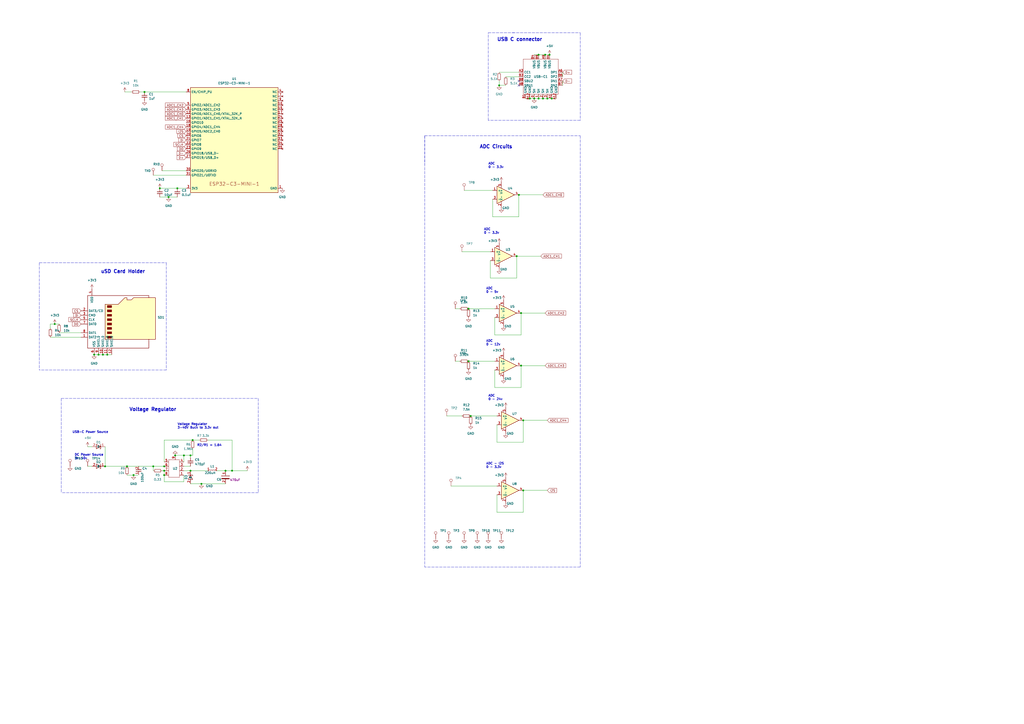
<source format=kicad_sch>
(kicad_sch (version 20211123) (generator eeschema)
  (paper "A2")
  (lib_symbols
    (symbol "Connector:TestPoint" (pin_numbers hide) (pin_names (offset 0.762) hide)
      (property "Reference" "TP" (at 0 6.858 0))
      (property "Value" "TestPoint" (at 0 5.08 0))
      (symbol "TestPoint_0_1"
        (circle (center 0 3.302) (radius 0.762))
      )
      (symbol "TestPoint_1_1"
        (pin passive line (at 0 0 90) (length 2.54) (name "1") (number "1"))
      )
    )
    (symbol "Device:C_Small" (pin_numbers hide) (pin_names (offset 0.254) hide)
      (property "Reference" "C" (at 0.254 1.778 0))
      (property "Value" "C_Small" (at 0.254 -2.032 0))
      (symbol "C_Small_0_1"
        (polyline (pts (xy -1.524 -0.508) (xy 1.524 -0.508)) (stroke (width 0.3302)))
        (polyline (pts (xy -1.524 0.508) (xy 1.524 0.508)) (stroke (width 0.3048)))
      )
      (symbol "C_Small_1_1"
        (pin passive line (at 0 2.54 270) (length 2.032) (name "~") (number "1"))
        (pin passive line (at 0 -2.54 90) (length 2.032) (name "~") (number "2"))
      )
    )
    (symbol "Device:R_Small" (pin_numbers hide) (pin_names (offset 0.254) hide)
      (property "Reference" "R" (at 0.762 0.508 0))
      (property "Value" "R_Small" (at 0.762 -1.016 0))
      (symbol "R_Small_0_1"
        (rectangle (start -0.762 1.778) (end 0.762 -1.778) (stroke (width 0.2032)))
      )
      (symbol "R_Small_1_1"
        (pin passive line (at 0 2.54 270) (length 0.762) (name "~") (number "1"))
        (pin passive line (at 0 -2.54 90) (length 0.762) (name "~") (number "2"))
      )
    )
    (symbol "Espressif:ESP32-C3-MINI-1"
      (property "Reference" "U" (at -25.4 35.56 0))
      (property "Value" "ESP32-C3-MINI-1" (at -25.4 33.02 0))
      (symbol "ESP32-C3-MINI-1_0_0"
        (text "ESP32-C3-MINI-1" (at 0 -25.4 0) (effects (font (size 2 2))))
      )
      (symbol "ESP32-C3-MINI-1_0_1"
        (rectangle (start -25.4 30.48) (end 25.4 -30.48) (stroke (width 0.254)) (fill (type background)))
      )
      (symbol "ESP32-C3-MINI-1_1_1"
        (pin power_in line (at 27.94 -27.94 180) (length 2.54) (name "GND") (number "1"))
        (pin no_connect line (at 27.94 20.32 180) (length 2.54) (name "NC") (number "10"))
        (pin bidirectional line (at -27.94 15.24 0) (length 2.54) (name "GPIO0/ADC1_CH0/XTAL_32K_P") (number "12"))
        (pin bidirectional line (at -27.94 12.7 0) (length 2.54) (name "GPIO1/ADC1_CH1/XTAL_32K_N") (number "13"))
        (pin no_connect line (at 27.94 17.78 180) (length 2.54) (name "NC") (number "15"))
        (pin bidirectional line (at -27.94 10.16 0) (length 2.54) (name "GPIO10") (number "16"))
        (pin no_connect line (at 27.94 15.24 180) (length 2.54) (name "NC") (number "17"))
        (pin bidirectional line (at -27.94 7.62 0) (length 2.54) (name "GPIO4/ADC1_CH4") (number "18"))
        (pin bidirectional line (at -27.94 5.08 0) (length 2.54) (name "GPIO5/ADC2_CH0") (number "19"))
        (pin passive line (at 27.94 -27.94 180) (length 2.54) hide (name "GND") (number "2"))
        (pin bidirectional line (at -27.94 2.54 0) (length 2.54) (name "GPIO6") (number "20"))
        (pin bidirectional line (at -27.94 0 0) (length 2.54) (name "GPIO7") (number "21"))
        (pin bidirectional line (at -27.94 -2.54 0) (length 2.54) (name "GPIO8") (number "22"))
        (pin bidirectional line (at -27.94 -5.08 0) (length 2.54) (name "GPIO9") (number "23"))
        (pin no_connect line (at 27.94 12.7 180) (length 2.54) (name "NC") (number "24"))
        (pin no_connect line (at 27.94 10.16 180) (length 2.54) (name "NC") (number "25"))
        (pin bidirectional line (at -27.94 -7.62 0) (length 2.54) (name "GPIO18/USB_D-") (number "26"))
        (pin bidirectional line (at -27.94 -10.16 0) (length 2.54) (name "GPIO19/USB_D+") (number "27"))
        (pin no_connect line (at 27.94 7.62 180) (length 2.54) (name "NC") (number "28"))
        (pin no_connect line (at 27.94 5.08 180) (length 2.54) (name "NC") (number "29"))
        (pin power_in line (at -27.94 -27.94 0) (length 2.54) (name "3V3") (number "3"))
        (pin bidirectional line (at -27.94 -17.78 0) (length 2.54) (name "GPIO20/U0RXD") (number "30"))
        (pin bidirectional line (at -27.94 -20.32 0) (length 2.54) (name "GPIO21/U0TXD") (number "31"))
        (pin no_connect line (at 27.94 2.54 180) (length 2.54) (name "NC") (number "32"))
        (pin no_connect line (at 27.94 0 180) (length 2.54) (name "NC") (number "33"))
        (pin no_connect line (at 27.94 -2.54 180) (length 2.54) (name "NC") (number "34"))
        (pin no_connect line (at 27.94 -5.08 180) (length 2.54) (name "NC") (number "35"))
        (pin passive line (at 27.94 -27.94 180) (length 2.54) hide (name "GND") (number "36"))
        (pin passive line (at 27.94 -27.94 180) (length 2.54) hide (name "GND") (number "37"))
        (pin passive line (at 27.94 -27.94 180) (length 2.54) hide (name "GND") (number "38"))
        (pin passive line (at 27.94 -27.94 180) (length 2.54) hide (name "GND") (number "39"))
        (pin no_connect line (at 27.94 27.94 180) (length 2.54) (name "NC") (number "4"))
        (pin passive line (at 27.94 -27.94 180) (length 2.54) hide (name "GND") (number "40"))
        (pin passive line (at 27.94 -27.94 180) (length 2.54) hide (name "GND") (number "41"))
        (pin passive line (at 27.94 -27.94 180) (length 2.54) hide (name "GND") (number "42"))
        (pin passive line (at 27.94 -27.94 180) (length 2.54) hide (name "GND") (number "43"))
        (pin passive line (at 27.94 -27.94 180) (length 2.54) hide (name "GND") (number "44"))
        (pin passive line (at 27.94 -27.94 180) (length 2.54) hide (name "GND") (number "45"))
        (pin passive line (at 27.94 -27.94 180) (length 2.54) hide (name "GND") (number "46"))
        (pin passive line (at 27.94 -27.94 180) (length 2.54) hide (name "GND") (number "47"))
        (pin passive line (at 27.94 -27.94 180) (length 2.54) hide (name "GND") (number "48"))
        (pin passive line (at 27.94 -27.94 180) (length 2.54) hide (name "GND") (number "49"))
        (pin bidirectional line (at -27.94 20.32 0) (length 2.54) (name "GPIO2/ADC1_CH2") (number "5"))
        (pin passive line (at 27.94 -27.94 180) (length 2.54) hide (name "GND") (number "50"))
        (pin passive line (at 27.94 -27.94 180) (length 2.54) hide (name "GND") (number "51"))
        (pin passive line (at 27.94 -27.94 180) (length 2.54) hide (name "GND") (number "52"))
        (pin passive line (at 27.94 -27.94 180) (length 2.54) hide (name "GND") (number "53"))
        (pin bidirectional line (at -27.94 17.78 0) (length 2.54) (name "GPIO3/ADC1_CH3") (number "6"))
        (pin no_connect line (at 27.94 25.4 180) (length 2.54) (name "NC") (number "7"))
        (pin input line (at -27.94 27.94 0) (length 2.54) (name "EN/CHIP_PU") (number "8"))
        (pin no_connect line (at 27.94 22.86 180) (length 2.54) (name "NC") (number "9"))
      )
    )
    (symbol "lib:472192001"
      (property "Reference" "SD" (at 0 0 0))
      (property "Value" "472192001" (at 0 0 0))
      (property "part_number" "472192001" (at 0 0 0))
      (symbol "472192001_0_1"
        (rectangle (start -5.08 -32.385) (end -2.54 -33.655) (fill (type outline)))
        (rectangle (start -5.08 -29.845) (end -2.54 -31.115) (fill (type outline)))
        (rectangle (start -5.08 -27.305) (end -2.54 -28.575) (fill (type outline)))
        (rectangle (start -5.08 -24.765) (end -2.54 -26.035) (fill (type outline)))
        (rectangle (start -5.08 -22.225) (end -2.54 -23.495) (fill (type outline)))
        (rectangle (start -5.08 -19.685) (end -2.54 -20.955) (fill (type outline)))
        (rectangle (start -5.08 -17.145) (end -2.54 -18.415) (fill (type outline)))
        (rectangle (start -5.08 -14.605) (end -2.54 -15.875) (fill (type outline)))
        (polyline (pts (xy 19.05 -10.16) (xy 19.05 -8.89) (xy -16.51 -8.89) (xy -16.51 -39.37) (xy 19.05 -39.37) (xy 19.05 -34.29)) (stroke (width 0.254)))
        (polyline (pts (xy -6.35 -34.29) (xy -6.35 -13.97) (xy 1.27 -13.97) (xy 5.08 -10.16) (xy 6.35 -10.16) (xy 6.35 -11.43) (xy 8.89 -11.43) (xy 10.16 -10.16) (xy 22.86 -10.16) (xy 22.86 -34.29) (xy -6.35 -34.29)) (stroke (width 0.254)) (fill (type background)))
      )
      (symbol "472192001_1_1"
        (pin bidirectional line (at -20.32 -33.02 0) (length 3.81) (name "DAT2") (number "1"))
        (pin passive line (at -7.62 -43.18 90) (length 3.81) (name "SHIELD") (number "10"))
        (pin passive line (at -5.08 -43.18 90) (length 3.81) (name "SHIELD") (number "11"))
        (pin passive line (at -2.54 -43.18 90) (length 3.81) (name "SHIELD") (number "12"))
        (pin bidirectional line (at -20.32 -17.78 0) (length 3.81) (name "DAT3/CD") (number "2"))
        (pin input line (at -20.32 -20.32 0) (length 3.81) (name "CMD") (number "3"))
        (pin power_in line (at -13.97 -5.08 270) (length 3.81) (name "VDD") (number "4"))
        (pin input line (at -20.32 -22.86 0) (length 3.81) (name "CLK") (number "5"))
        (pin power_in line (at -12.7 -43.18 90) (length 3.81) (name "VSS") (number "6"))
        (pin bidirectional line (at -20.32 -25.4 0) (length 3.81) (name "DAT0") (number "7"))
        (pin bidirectional line (at -20.32 -30.48 0) (length 3.81) (name "DAT1") (number "8"))
        (pin passive line (at -10.16 -43.18 90) (length 3.81) (name "SHIELD") (number "9"))
      )
    )
    (symbol "lib:B0530WS_SE"
      (property "Reference" "D" (at 0 0 0))
      (property "Value" "B0530WS_SE" (at 0 0 0))
      (symbol "B0530WS_SE_0_1"
        (polyline (pts (xy 0 -5.08) (xy -2.54 -5.08)))
        (polyline (pts (xy -2.54 -6.35) (xy -2.54 -3.81) (xy -2.032 -3.81)) (stroke (width 0.254)))
        (polyline (pts (xy 0 -6.35) (xy 0 -3.81) (xy -2.54 -5.08) (xy 0 -6.35)) (stroke (width 0.254)))
      )
      (symbol "B0530WS_SE_1_1"
        (pin passive line (at -5.08 -5.08 0) (length 2.54) (name "K") (number "1"))
        (pin passive line (at 2.54 -5.08 180) (length 2.54) (name "A") (number "2"))
      )
    )
    (symbol "lib:KF471M016F115A"
      (property "Reference" "C" (at 0 0 0))
      (property "Value" "KF471M016F115A" (at 0 0 0))
      (property "capacitance" "470uF" (at 0 0 0))
      (symbol "KF471M016F115A_0_1"
        (rectangle (start -0.508 -7.366) (end -1.016 -2.794))
        (polyline (pts (xy -2.794 -6.35) (xy -1.778 -6.35)))
        (polyline (pts (xy -2.286 -6.858) (xy -2.286 -5.842)))
        (rectangle (start 0.508 -2.794) (end 1.016 -7.366) (fill (type outline)))
      )
      (symbol "KF471M016F115A_1_1"
        (pin passive line (at -3.81 -5.08 0) (length 2.794) (name "~") (number "1"))
        (pin passive line (at 3.81 -5.08 180) (length 2.794) (name "~") (number "2"))
      )
    )
    (symbol "lib:LM321MF"
      (property "Reference" "U" (at 0 0 0))
      (property "part_number" "LM321MF" (at 0 0 0))
      (symbol "LM321MF_0_1"
        (polyline (pts (xy 6.35 -20.32) (xy -3.81 -15.24) (xy -3.81 -25.4) (xy 6.35 -20.32)) (stroke (width 0.254)) (fill (type background)))
      )
      (symbol "LM321MF_1_1"
        (pin input line (at -6.35 -17.78 0) (length 2.54) (name "+") (number "1"))
        (pin power_in line (at -1.27 -27.94 90) (length 3.81) (name "V-") (number "2"))
        (pin input line (at -6.35 -22.86 0) (length 2.54) (name "-") (number "3"))
        (pin output line (at 8.89 -20.32 180) (length 2.54) (name "~") (number "4"))
        (pin power_in line (at -1.27 -12.7 270) (length 3.81) (name "V+") (number "5"))
      )
    )
    (symbol "lib:MC34063ADRJR" (pin_names hide)
      (property "Reference" "U" (at 0 0 0))
      (property "Value" "MC34063ADRJR" (at 0 0 0))
      (property "Footprint" "lib:8-WDFN Exposed Pad" (at 0 0 0))
      (symbol "MC34063ADRJR_0_1"
        (rectangle (start -3.81 -2.54) (end 2.54 -12.7))
      )
      (symbol "MC34063ADRJR_1_1"
        (pin bidirectional line (at -6.35 -3.81 0) (length 2.54) (name "switch_collector") (number "1"))
        (pin bidirectional line (at -6.35 -6.35 0) (length 2.54) (name "switch_emitter") (number "2"))
        (pin bidirectional line (at -6.35 -8.89 0) (length 2.54) (name "timing_cap") (number "3"))
        (pin bidirectional line (at -6.35 -11.43 0) (length 2.54) (name "gnd") (number "4"))
        (pin bidirectional line (at 5.08 -11.43 180) (length 2.54) (name "comparitor_inverting_input") (number "5"))
        (pin bidirectional line (at 5.08 -8.89 180) (length 2.54) (name "Vcc") (number "6"))
        (pin bidirectional line (at 5.08 -6.35 180) (length 2.54) (name "Ipk") (number "7"))
        (pin bidirectional line (at 5.08 -3.81 180) (length 2.54) (name "drive_collector") (number "8"))
        (pin bidirectional line (at -1.27 -15.24 90) (length 2.54) (name "thermal_pad") (number "9"))
      )
    )
    (symbol "lib:RT1H101M0810"
      (property "Reference" "C" (at 0 0 0))
      (property "part_number" "RT1H101M0810" (at 0 0 0))
      (symbol "RT1H101M0810_0_1"
        (polyline (pts (xy -0.381 -5.715) (xy -0.381 -2.667)) (stroke (width 0.3048)))
        (polyline (pts (xy 0.635 -5.715) (xy 0.635 -2.667)) (stroke (width 0.3302)))
      )
      (symbol "RT1H101M0810_1_1"
        (pin passive line (at -2.413 -4.191 0) (length 2.032) (name "~") (number "1"))
        (pin passive line (at 2.667 -4.191 180) (length 2.032) (name "~") (number "2"))
      )
    )
    (symbol "lib:SMDRI127-221MT"
      (property "Reference" "L?" (at 0 0 0))
      (property "Value" "SMDRI127-221MT" (at 0 0 0))
      (symbol "SMDRI127-221MT_0_1"
        (arc (start -1.651 -3.175) (mid -2.159 -2.667) (end -2.667 -3.175))
        (arc (start -0.635 -3.175) (mid -1.143 -2.667) (end -1.651 -3.175))
        (arc (start 0.381 -3.175) (mid -0.127 -2.667) (end -0.635 -3.175))
        (arc (start 1.397 -3.175) (mid 0.889 -2.667) (end 0.381 -3.175))
      )
      (symbol "SMDRI127-221MT_1_1"
        (pin passive line (at -3.175 -3.175 0) (length 0.508) (name "~") (number "1"))
        (pin passive line (at 1.905 -3.175 180) (length 0.508) (name "~") (number "2"))
      )
    )
    (symbol "lib:USB-TYPE-C-018"
      (property "Reference" "USB-C" (at 0 0 0))
      (property "Value" "USB-TYPE-C-018" (at 8.89 -13.97 0))
      (symbol "USB-TYPE-C-018_0_1"
        (rectangle (start -5.08 -3.81) (end 15.24 -24.13))
      )
      (symbol "USB-TYPE-C-018_1_1"
        (pin bidirectional line (at 1.27 -26.67 90) (length 2.54) (name "SH") (number "0"))
        (pin bidirectional line (at 3.81 -26.67 90) (length 2.54) (name "SH") (number "1"))
        (pin bidirectional line (at 6.35 -26.67 90) (length 2.54) (name "SH") (number "2"))
        (pin bidirectional line (at 8.89 -26.67 90) (length 2.54) (name "SH") (number "3"))
        (pin bidirectional line (at 11.43 -26.67 90) (length 2.54) (name "GND") (number "A1"))
        (pin bidirectional line (at 13.97 -26.67 90) (length 2.54) (name "GND") (number "A12"))
        (pin bidirectional line (at -7.62 -11.43 0) (length 2.54) (name "CC1") (number "A3"))
        (pin bidirectional line (at 10.16 -1.27 270) (length 2.54) (name "VBUS") (number "A4"))
        (pin bidirectional line (at 17.78 -11.43 180) (length 2.54) (name "DP1") (number "A6"))
        (pin bidirectional line (at 17.78 -16.51 180) (length 2.54) (name "DN1") (number "A7"))
        (pin bidirectional line (at -7.62 -19.05 0) (length 2.54) (name "SBU1") (number "A8"))
        (pin bidirectional line (at 7.62 -1.27 270) (length 2.54) (name "VBUS") (number "A9"))
        (pin bidirectional line (at -3.81 -26.67 90) (length 2.54) (name "GND") (number "B1"))
        (pin bidirectional line (at -1.27 -26.67 90) (length 2.54) (name "GND") (number "B12"))
        (pin bidirectional line (at -7.62 -13.97 0) (length 2.54) (name "CC2") (number "B3"))
        (pin bidirectional line (at 1.27 -1.27 270) (length 2.54) (name "VBUS") (number "B4"))
        (pin bidirectional line (at 17.78 -13.97 180) (length 2.54) (name "DP2") (number "B6"))
        (pin bidirectional line (at 17.78 -19.05 180) (length 2.54) (name "DN2") (number "B7"))
        (pin bidirectional line (at -7.62 -16.51 0) (length 2.54) (name "SBU2") (number "B8"))
        (pin bidirectional line (at 3.81 -1.27 270) (length 2.54) (name "VBUS") (number "B9"))
      )
    )
    (symbol "power:+3V3" (power) (pin_names (offset 0))
      (property "Value" "+3V3" (at 0 3.556 0))
      (symbol "+3V3_0_1"
        (polyline (pts (xy -0.762 1.27) (xy 0 2.54)))
        (polyline (pts (xy 0 0) (xy 0 2.54)))
        (polyline (pts (xy 0 2.54) (xy 0.762 1.27)))
      )
      (symbol "+3V3_1_1"
        (pin power_in line (at 0 0 90) (length 0) hide (name "+3V3") (number "1"))
      )
    )
    (symbol "power:+5V" (power) (pin_names (offset 0))
      (property "Value" "+5V" (at 0 3.556 0))
      (symbol "+5V_0_1"
        (polyline (pts (xy -0.762 1.27) (xy 0 2.54)))
        (polyline (pts (xy 0 0) (xy 0 2.54)))
        (polyline (pts (xy 0 2.54) (xy 0.762 1.27)))
      )
      (symbol "+5V_1_1"
        (pin power_in line (at 0 0 90) (length 0) hide (name "+5V") (number "1"))
      )
    )
    (symbol "power:GND" (power) (pin_names (offset 0))
      (property "Value" "GND" (at 0 -3.81 0))
      (symbol "GND_0_1"
        (polyline (pts (xy 0 0) (xy 0 -1.27) (xy 1.27 -1.27) (xy 0 -2.54) (xy -1.27 -1.27) (xy 0 -1.27)))
      )
      (symbol "GND_1_1"
        (pin power_in line (at 0 0 270) (length 0) hide (name "GND") (number "1"))
      )
    )
  )
  (junction (at 95.25 273.05))
  (junction (at 101.6 264.16))
  (junction (at 102.87 109.22))
  (junction (at 60.96 270.51))
  (junction (at 271.78 179.07))
  (junction (at 92.71 109.22))
  (junction (at 134.62 273.05))
  (junction (at 83.82 53.34))
  (junction (at 309.88 57.15))
  (junction (at 316.23 31.75))
  (junction (at 302.26 181.61))
  (junction (at 300.99 113.03))
  (junction (at 318.77 31.75))
  (junction (at 88.9 270.51))
  (junction (at 97.79 114.3))
  (junction (at 320.04 57.15))
  (junction (at 289.56 49.53))
  (junction (at 111.76 255.27))
  (junction (at 31.75 187.96))
  (junction (at 77.47 275.59))
  (junction (at 62.23 205.74))
  (junction (at 312.42 31.75))
  (junction (at 299.72 148.59))
  (junction (at 54.61 205.74))
  (junction (at 317.5 57.15))
  (junction (at 73.66 270.51))
  (junction (at 59.69 205.74))
  (junction (at 110.49 264.16))
  (junction (at 271.78 209.55))
  (junction (at 57.15 205.74))
  (junction (at 110.49 273.05))
  (junction (at 106.68 264.16))
  (junction (at 273.05 241.3))
  (junction (at 302.26 212.09))
  (junction (at 307.34 57.15))
  (junction (at 303.53 243.84))
  (junction (at 95.25 270.51))
  (junction (at 312.42 57.15))
  (junction (at 303.53 284.48))
  (junction (at 95.25 275.59))
  (junction (at 130.81 273.05))
  (junction (at 116.84 280.67))
  (junction (at 314.96 57.15))
  (no_connect (at 300.99 46.99))
  (no_connect (at 300.99 49.53))
  (polyline (pts (xy 35.56 231.14) (xy 149.86 231.14)))
  (wire (pts (xy 110.49 265.43) (xy 110.49 264.16)))
  (polyline (pts (xy 246.38 78.74) (xy 246.38 95.25)))
  (wire (pts (xy 288.29 287.02) (xy 288.29 297.18)))
  (wire (pts (xy 50.8 259.08) (xy 53.34 259.08)))
  (wire (pts (xy 326.39 41.91) (xy 326.39 44.45)))
  (wire (pts (xy 31.75 187.96) (xy 34.29 187.96)))
  (wire (pts (xy 273.05 241.3) (xy 288.29 241.3)))
  (wire (pts (xy 95.25 255.27) (xy 111.76 255.27)))
  (wire (pts (xy 92.71 114.3) (xy 97.79 114.3)))
  (wire (pts (xy 271.78 179.07) (xy 287.02 179.07)))
  (wire (pts (xy 288.29 256.54) (xy 303.53 256.54)))
  (wire (pts (xy 302.26 194.31) (xy 302.26 181.61)))
  (wire (pts (xy 269.24 110.49) (xy 285.75 110.49)))
  (wire (pts (xy 309.88 31.75) (xy 312.42 31.75)))
  (wire (pts (xy 77.47 275.59) (xy 80.01 275.59)))
  (polyline (pts (xy 246.38 78.74) (xy 336.55 78.74)))
  (wire (pts (xy 96.52 270.51) (xy 95.25 270.51)))
  (wire (pts (xy 314.96 57.15) (xy 317.5 57.15)))
  (wire (pts (xy 59.69 205.74) (xy 62.23 205.74)))
  (wire (pts (xy 111.76 264.16) (xy 110.49 264.16)))
  (wire (pts (xy 320.04 57.15) (xy 322.58 57.15)))
  (wire (pts (xy 106.68 264.16) (xy 110.49 264.16)))
  (wire (pts (xy 88.9 270.51) (xy 88.9 273.05)))
  (wire (pts (xy 110.49 280.67) (xy 116.84 280.67)))
  (polyline (pts (xy 283.21 69.85) (xy 283.21 19.05)))
  (wire (pts (xy 287.02 194.31) (xy 302.26 194.31)))
  (polyline (pts (xy 96.52 152.4) (xy 96.52 214.63)))
  (polyline (pts (xy 22.86 152.4) (xy 96.52 152.4)))
  (wire (pts (xy 284.48 161.29) (xy 299.72 161.29)))
  (wire (pts (xy 57.15 205.74) (xy 59.69 205.74)))
  (wire (pts (xy 317.5 57.15) (xy 320.04 57.15)))
  (wire (pts (xy 92.71 109.22) (xy 102.87 109.22)))
  (wire (pts (xy 304.8 57.15) (xy 307.34 57.15)))
  (wire (pts (xy 60.96 259.08) (xy 60.96 270.51)))
  (wire (pts (xy 60.96 270.51) (xy 73.66 270.51)))
  (wire (pts (xy 106.68 279.4) (xy 106.68 275.59)))
  (wire (pts (xy 134.62 273.05) (xy 143.51 273.05)))
  (wire (pts (xy 287.02 214.63) (xy 287.02 224.79)))
  (wire (pts (xy 300.99 113.03) (xy 314.96 113.03)))
  (polyline (pts (xy 35.56 231.14) (xy 35.56 285.75)))
  (wire (pts (xy 287.02 184.15) (xy 287.02 194.31)))
  (wire (pts (xy 62.23 205.74) (xy 64.77 205.74)))
  (wire (pts (xy 29.21 187.96) (xy 31.75 187.96)))
  (wire (pts (xy 93.98 99.06) (xy 107.95 99.06)))
  (wire (pts (xy 54.61 205.74) (xy 57.15 205.74)))
  (wire (pts (xy 125.73 273.05) (xy 130.81 273.05)))
  (wire (pts (xy 29.21 190.5) (xy 29.21 187.96)))
  (wire (pts (xy 50.8 270.51) (xy 53.34 270.51)))
  (wire (pts (xy 134.62 255.27) (xy 120.65 255.27)))
  (wire (pts (xy 72.39 53.34) (xy 76.2 53.34)))
  (polyline (pts (xy 22.86 152.4) (xy 22.86 214.63)))
  (wire (pts (xy 312.42 31.75) (xy 316.23 31.75)))
  (wire (pts (xy 34.29 193.04) (xy 46.99 193.04)))
  (wire (pts (xy 106.68 273.05) (xy 110.49 273.05)))
  (wire (pts (xy 303.53 243.84) (xy 317.5 243.84)))
  (polyline (pts (xy 96.52 214.63) (xy 22.86 214.63)))
  (wire (pts (xy 287.02 224.79) (xy 302.26 224.79)))
  (polyline (pts (xy 336.55 69.85) (xy 283.21 69.85)))
  (wire (pts (xy 95.25 273.05) (xy 95.25 275.59)))
  (wire (pts (xy 106.68 264.16) (xy 101.6 264.16)))
  (polyline (pts (xy 149.86 231.14) (xy 149.86 285.75)))
  (wire (pts (xy 288.29 246.38) (xy 288.29 256.54)))
  (wire (pts (xy 29.21 195.58) (xy 46.99 195.58)))
  (wire (pts (xy 288.29 297.18) (xy 303.53 297.18)))
  (wire (pts (xy 299.72 161.29) (xy 299.72 148.59)))
  (wire (pts (xy 285.75 115.57) (xy 285.75 125.73)))
  (wire (pts (xy 300.99 125.73) (xy 300.99 113.03)))
  (wire (pts (xy 285.75 125.73) (xy 300.99 125.73)))
  (wire (pts (xy 111.76 255.27) (xy 115.57 255.27)))
  (wire (pts (xy 134.62 255.27) (xy 134.62 273.05)))
  (wire (pts (xy 302.26 224.79) (xy 302.26 212.09)))
  (wire (pts (xy 81.28 53.34) (xy 83.82 53.34)))
  (wire (pts (xy 83.82 53.34) (xy 107.95 53.34)))
  (wire (pts (xy 303.53 256.54) (xy 303.53 243.84)))
  (wire (pts (xy 95.25 275.59) (xy 95.25 279.4)))
  (wire (pts (xy 302.26 181.61) (xy 316.23 181.61)))
  (wire (pts (xy 267.97 241.3) (xy 259.08 241.3)))
  (wire (pts (xy 266.7 179.07) (xy 264.16 179.07)))
  (wire (pts (xy 303.53 297.18) (xy 303.53 284.48)))
  (wire (pts (xy 326.39 46.99) (xy 326.39 49.53)))
  (polyline (pts (xy 297.18 19.05) (xy 336.55 19.05)))
  (wire (pts (xy 73.66 270.51) (xy 88.9 270.51)))
  (wire (pts (xy 312.42 57.15) (xy 314.96 57.15)))
  (wire (pts (xy 95.25 279.4) (xy 106.68 279.4)))
  (wire (pts (xy 307.34 57.15) (xy 309.88 57.15)))
  (wire (pts (xy 88.9 101.6) (xy 107.95 101.6)))
  (wire (pts (xy 261.62 281.94) (xy 288.29 281.94)))
  (wire (pts (xy 289.56 41.91) (xy 300.99 41.91)))
  (wire (pts (xy 130.81 273.05) (xy 134.62 273.05)))
  (wire (pts (xy 106.68 267.97) (xy 106.68 264.16)))
  (wire (pts (xy 293.37 44.45) (xy 300.99 44.45)))
  (wire (pts (xy 271.78 209.55) (xy 287.02 209.55)))
  (wire (pts (xy 110.49 273.05) (xy 120.65 273.05)))
  (wire (pts (xy 299.72 148.59) (xy 313.69 148.59)))
  (wire (pts (xy 73.66 275.59) (xy 77.47 275.59)))
  (wire (pts (xy 267.97 146.05) (xy 284.48 146.05)))
  (wire (pts (xy 289.56 49.53) (xy 289.56 46.99)))
  (wire (pts (xy 309.88 57.15) (xy 312.42 57.15)))
  (polyline (pts (xy 336.55 19.05) (xy 336.55 69.85)))
  (wire (pts (xy 95.25 255.27) (xy 95.25 267.97)))
  (wire (pts (xy 316.23 31.75) (xy 318.77 31.75)))
  (polyline (pts (xy 149.86 285.75) (xy 35.56 285.75)))
  (wire (pts (xy 302.26 212.09) (xy 316.23 212.09)))
  (wire (pts (xy 102.87 109.22) (xy 107.95 109.22)))
  (polyline (pts (xy 336.55 328.93) (xy 246.38 328.93)))
  (wire (pts (xy 116.84 280.67) (xy 130.81 280.67)))
  (wire (pts (xy 106.68 270.51) (xy 110.49 270.51)))
  (wire (pts (xy 111.76 260.35) (xy 111.76 264.16)))
  (wire (pts (xy 303.53 284.48) (xy 317.5 284.48)))
  (polyline (pts (xy 283.21 19.05) (xy 298.45 19.05)))
  (wire (pts (xy 88.9 270.51) (xy 95.25 270.51)))
  (wire (pts (xy 293.37 49.53) (xy 289.56 49.53)))
  (wire (pts (xy 266.7 209.55) (xy 264.16 209.55)))
  (polyline (pts (xy 336.55 78.74) (xy 336.55 328.93)))
  (wire (pts (xy 284.48 151.13) (xy 284.48 161.29)))
  (wire (pts (xy 97.79 114.3) (xy 102.87 114.3)))
  (polyline (pts (xy 246.38 78.74) (xy 246.38 328.93)))
  (wire (pts (xy 93.98 273.05) (xy 95.25 273.05)))
  (text "ADC Circuits" (at 278.13 86.36 0) (effects (font (size 2 2) bold) (justify left bottom)))
  (text "Voltage Regulator\n3-40V Buck to 3.3v out" (at 102.87 248.92 0) (effects (font (size 1.27 1.27) (thickness 0.254) bold) (justify left bottom)))
  (text "uSD Card Holder" (at 58.42 158.75 0) (effects (font (size 2 2) bold) (justify left bottom)))
  (text "Voltage Regulator" (at 74.93 238.76 0) (effects (font (size 2 2) bold) (justify left bottom)))
  (text "ADC\n0 - 5v" (at 281.94 170.18 0) (effects (font (size 1.27 1.27) bold) (justify left bottom)))
  (text "USB-C Power Source" (at 41.91 251.46 0) (effects (font (size 1.27 1.27) (thickness 0.254) bold) (justify left bottom)))
  (text "R2/R1 = 1.64" (at 114.3 259.08 0) (effects (font (size 1.27 1.27) bold) (justify left bottom)))
  (text "ADC\n0 - 3.3v" (at 283.21 97.79 0) (effects (font (size 1.27 1.27) bold) (justify left bottom)))
  (text "ADC\n0 - 12v" (at 281.94 200.66 0) (effects (font (size 1.27 1.27) bold) (justify left bottom)))
  (text "DC Power Source\n3v-40v" (at 43.18 266.7 0) (effects (font (size 1.27 1.27) (thickness 0.254) bold) (justify left bottom)))
  (text "USB C connector" (at 288.29 24.13 0) (effects (font (size 2 2) bold) (justify left bottom)))
  (text "ADC\n0 - 24v" (at 283.21 232.41 0) (effects (font (size 1.27 1.27) bold) (justify left bottom)))
  (text "ADC\n0 - 3.3v" (at 280.67 135.89 0) (effects (font (size 1.27 1.27) bold) (justify left bottom)))
  (text "ADC - I2S\n0 - 3.3v" (at 281.94 271.78 0) (effects (font (size 1.27 1.27) bold) (justify left bottom)))
  (global_label "ADC1_CH2" (shape input) (at 107.95 60.96 180) (property "Intersheet References" "${INTERSHEET_REFS}" (effects hide)))
  (global_label "ADC1_CH1" (shape input) (at 107.95 68.58 180) (property "Intersheet References" "${INTERSHEET_REFS}" (effects hide)))
  (global_label "ADC1_CH3" (shape input) (at 107.95 63.5 180) (property "Intersheet References" "${INTERSHEET_REFS}" (effects hide)))
  (global_label "ADC1_CH0" (shape input) (at 314.96 113.03 0) (property "Intersheet References" "${INTERSHEET_REFS}" (effects hide)))
  (global_label "DO" (shape input) (at 46.99 187.96 180) (property "Intersheet References" "${INTERSHEET_REFS}" (effects hide)))
  (global_label "D+" (shape input) (at 326.39 41.91 0) (property "Intersheet References" "${INTERSHEET_REFS}" (effects hide)))
  (global_label "ADC1_CH4" (shape input) (at 107.95 73.66 180) (property "Intersheet References" "${INTERSHEET_REFS}" (effects hide)))
  (global_label "D-" (shape input) (at 326.39 46.99 0) (property "Intersheet References" "${INTERSHEET_REFS}" (effects hide)))
  (global_label "CS" (shape input) (at 46.99 180.34 180) (property "Intersheet References" "${INTERSHEET_REFS}" (effects hide)))
  (global_label "DO" (shape input) (at 107.95 86.36 180) (property "Intersheet References" "${INTERSHEET_REFS}" (effects hide)))
  (global_label "SCLK" (shape input) (at 107.95 83.82 180) (property "Intersheet References" "${INTERSHEET_REFS}" (effects hide)))
  (global_label "SCLK" (shape input) (at 46.99 185.42 180) (property "Intersheet References" "${INTERSHEET_REFS}" (effects hide)))
  (global_label "ADC1_CH1" (shape input) (at 313.69 148.59 0) (property "Intersheet References" "${INTERSHEET_REFS}" (effects hide)))
  (global_label "DI" (shape input) (at 107.95 81.28 180) (property "Intersheet References" "${INTERSHEET_REFS}" (effects hide)))
  (global_label "ADC1_CH3" (shape input) (at 316.23 212.09 0) (property "Intersheet References" "${INTERSHEET_REFS}" (effects hide)))
  (global_label "ADC1_CH4" (shape input) (at 317.5 243.84 0) (property "Intersheet References" "${INTERSHEET_REFS}" (effects hide)))
  (global_label "I2S" (shape input) (at 317.5 284.48 0) (property "Intersheet References" "${INTERSHEET_REFS}" (effects hide)))
  (global_label "ADC1_CH0" (shape input) (at 107.95 66.04 180) (property "Intersheet References" "${INTERSHEET_REFS}" (effects hide)))
  (global_label "ADC1_CH2" (shape input) (at 316.23 181.61 0) (property "Intersheet References" "${INTERSHEET_REFS}" (effects hide)))
  (global_label "D-" (shape input) (at 107.95 88.9 180) (property "Intersheet References" "${INTERSHEET_REFS}" (effects hide)))
  (global_label "D+" (shape input) (at 107.95 91.44 180) (property "Intersheet References" "${INTERSHEET_REFS}" (effects hide)))
  (global_label "DI" (shape input) (at 46.99 182.88 180) (property "Intersheet References" "${INTERSHEET_REFS}" (effects hide)))
  (global_label "CS" (shape input) (at 107.95 78.74 180) (property "Intersheet References" "${INTERSHEET_REFS}" (effects hide)))
  (global_label "I2S" (shape input) (at 107.95 76.2 180) (property "Intersheet References" "${INTERSHEET_REFS}" (effects hide)))
  (symbol (lib_id "power:GND") (at 276.86 312.42 0) (unit 1)
    (property "Reference" "#PWR018" (effects hide))
    (property "Value" "GND" (at 276.86 317.5 0))
  )
  (symbol (lib_id "power:GND") (at 269.24 312.42 0) (unit 1)
    (property "Reference" "#PWR017" (effects hide))
    (property "Value" "GND" (at 269.24 317.5 0))
  )
  (symbol (lib_id "lib:LM321MF") (at 290.83 128.27 0) (unit 1)
    (property "Reference" "U3" (at 294.64 144.78 0))
    (property "Value" "LM321MF" (effects hide))
    (property "Footprint" "lib:LM321MF" (effects hide))
    (property "part_number" "LM321MF" (effects hide))
  )
  (symbol (lib_id "Device:R_Small") (at 289.56 44.45 180) (unit 1)
    (property "Reference" "R2" (at 285.75 43.18 0) (effects (justify right)))
    (property "Value" "5.1k" (at 284.48 45.72 0) (effects (justify right)))
    (property "Footprint" "Resistor_SMD:R_0603_1608Metric" (effects hide))
    (property "part_number" "RC0603FR-075K1L" (effects hide))
  )
  (symbol (lib_id "Device:R_Small") (at 269.24 179.07 90) (unit 1)
    (property "Reference" "R10" (at 269.24 172.72 90))
    (property "Value" "1.6k" (at 269.24 175.26 90))
    (property "Footprint" "Resistor_SMD:R_0603_1608Metric" (effects hide))
    (property "part_number" "RC-02W1601FT" (effects hide))
  )
  (symbol (lib_id "Connector:TestPoint") (at 264.16 209.55 0) (unit 1)
    (property "Reference" "TP6" (at 266.7 204.9779 0) (effects (justify left)))
    (property "Value" "TestPoint" (effects hide))
    (property "Footprint" "TestPoint:TestPoint_Loop_D2.50mm_Drill1.0mm" (effects hide))
  )
  (symbol (lib_id "power:GND") (at 283.21 312.42 0) (unit 1)
    (property "Reference" "#PWR019" (effects hide))
    (property "Value" "GND" (at 283.21 317.5 0))
  )
  (symbol (lib_id "power:GND") (at 293.37 292.1 0) (unit 1)
    (property "Reference" "#PWR034" (effects hide))
    (property "Value" "GND" (at 295.91 292.1 0))
  )
  (symbol (lib_id "power:GND") (at 83.82 58.42 0) (unit 1)
    (property "Reference" "#PWR02" (effects hide))
    (property "Value" "GND" (at 83.82 63.5 0))
  )
  (symbol (lib_id "Connector:TestPoint") (at 290.83 312.42 0) (unit 1)
    (property "Reference" "TP12" (at 293.37 307.8479 0) (effects (justify left)))
    (property "Value" "TestPoint" (effects hide))
    (property "Footprint" "TestPoint:TestPoint_Loop_D2.50mm_Drill1.0mm" (effects hide))
  )
  (symbol (lib_id "Connector:TestPoint") (at 269.24 110.49 0) (unit 1)
    (property "Reference" "TP8" (at 271.78 105.9179 0) (effects (justify left)))
    (property "Value" "TestPoint" (effects hide))
    (property "Footprint" "TestPoint:TestPoint_Loop_D2.50mm_Drill1.0mm" (effects hide))
  )
  (symbol (lib_id "lib:LM321MF") (at 294.64 223.52 0) (unit 1)
    (property "Reference" "U7" (at 298.45 240.03 0))
    (property "Value" "LM321MF" (effects hide))
    (property "Footprint" "lib:LM321MF" (effects hide))
    (property "part_number" "LM321MF" (effects hide))
  )
  (symbol (lib_id "lib:RT1H101M0810") (at 76.2 273.05 90) (unit 1)
    (property "Reference" "C4" (at 82.55 271.78 90) (effects (justify right)))
    (property "Value" "100uF" (at 82.55 276.86 0))
    (property "Footprint" "lib:RT1H101M0810" (effects hide))
    (property "part_number" "RT1H101M0810" (effects hide))
  )
  (symbol (lib_id "Connector:TestPoint") (at 88.9 101.6 0) (unit 1)
    (property "Reference" "TX0" (at 83.82 99.06 0) (effects (justify left)))
    (property "Value" "TestPoint" (effects hide))
    (property "Footprint" "TestPoint:TestPoint_Loop_D2.50mm_Drill1.0mm" (effects hide))
  )
  (symbol (lib_id "Connector:TestPoint") (at 50.8 270.51 0) (unit 1)
    (property "Reference" "TP14" (at 53.34 265.9379 0) (effects (justify left)))
    (property "Value" "TestPoint" (effects hide))
    (property "Footprint" "TestPoint:TestPoint_Loop_D2.50mm_Drill1.0mm" (effects hide))
  )
  (symbol (lib_id "lib:LM321MF") (at 292.1 92.71 0) (unit 1)
    (property "Reference" "U4" (at 295.91 109.22 0))
    (property "Value" "LM321MF" (effects hide))
    (property "Footprint" "lib:LM321MF" (effects hide))
    (property "part_number" "LM321MF" (effects hide))
  )
  (symbol (lib_id "power:+3V3") (at 292.1 173.99 0) (unit 1)
    (property "Reference" "#PWR027" (effects hide))
    (property "Value" "+3V3" (at 288.29 172.72 0))
  )
  (symbol (lib_id "Connector:TestPoint") (at 269.24 312.42 0) (unit 1)
    (property "Reference" "TP9" (at 271.78 307.8479 0) (effects (justify left)))
    (property "Value" "TestPoint" (effects hide))
    (property "Footprint" "TestPoint:TestPoint_Loop_D2.50mm_Drill1.0mm" (effects hide))
  )
  (symbol (lib_id "Connector:TestPoint") (at 259.08 241.3 0) (unit 1)
    (property "Reference" "TP2" (at 261.62 236.7279 0) (effects (justify left)))
    (property "Value" "TestPoint" (effects hide))
    (property "Footprint" "TestPoint:TestPoint_Loop_D2.50mm_Drill1.0mm" (effects hide))
  )
  (symbol (lib_id "lib:USB-TYPE-C-018") (at 308.61 30.48 0) (unit 1)
    (property "Reference" "USB-C1" (at 313.69 44.45 0))
    (property "Value" "USB-TYPE-C-018" (effects hide))
    (property "Footprint" "lib:USB-TYPE-C-018" (effects hide))
  )
  (symbol (lib_id "power:+3V3") (at 290.83 105.41 0) (unit 1)
    (property "Reference" "#PWR025" (effects hide))
    (property "Value" "+3V3" (at 287.02 104.14 0))
  )
  (symbol (lib_id "power:GND") (at 292.1 219.71 0) (unit 1)
    (property "Reference" "#PWR030" (effects hide))
    (property "Value" "GND" (at 294.64 219.71 0))
  )
  (symbol (lib_id "power:GND") (at 290.83 312.42 0) (unit 1)
    (property "Reference" "#PWR035" (effects hide))
    (property "Value" "GND" (at 290.83 317.5 0))
  )
  (symbol (lib_id "lib:B0530WS_SE") (at 55.88 275.59 180) (unit 1)
    (property "Reference" "D2" (at 57.15 267.97 0))
    (property "Value" "B0530WS_SE" (effects hide))
    (property "Footprint" "lib:B0530WS_SE" (effects hide))
  )
  (symbol (lib_id "Connector:TestPoint") (at 267.97 146.05 0) (unit 1)
    (property "Reference" "TP7" (at 270.51 141.4779 0) (effects (justify left)))
    (property "Value" "TestPoint" (effects hide))
    (property "Footprint" "TestPoint:TestPoint_Loop_D2.50mm_Drill1.0mm" (effects hide))
  )
  (symbol (lib_id "Device:R_Small") (at 269.24 209.55 90) (unit 1)
    (property "Reference" "R11" (at 269.24 203.2 90))
    (property "Value" "3.92k" (at 269.24 205.74 90))
    (property "part_number" "ERJ3EKF3921V" (effects hide))
  )
  (symbol (lib_id "Device:R_Small") (at 73.66 273.05 180) (unit 1)
    (property "Reference" "R9" (at 69.85 271.78 0) (effects (justify right)))
    (property "Value" "10k" (at 68.58 274.32 0) (effects (justify right)))
    (property "Footprint" "Resistor_SMD:R_0603_1608Metric" (effects hide))
    (property "part_number" "AC0603FR-0710KL" (effects hide))
  )
  (symbol (lib_id "power:GND") (at 271.78 184.15 0) (unit 1)
    (property "Reference" "#PWR020" (effects hide))
    (property "Value" "GND" (at 271.78 189.23 0))
  )
  (symbol (lib_id "lib:LM321MF") (at 293.37 191.77 0) (unit 1)
    (property "Reference" "U6" (at 297.18 208.28 0))
    (property "Value" "LM321MF" (effects hide))
    (property "Footprint" "lib:LM321MF" (effects hide))
    (property "part_number" "LM321MF" (effects hide))
  )
  (symbol (lib_id "power:GND") (at 260.35 312.42 0) (unit 1)
    (property "Reference" "#PWR016" (effects hide))
    (property "Value" "GND" (at 260.35 317.5 0))
  )
  (symbol (lib_id "Device:R_Small") (at 91.44 273.05 270) (mirror x) (unit 1)
    (property "Reference" "R5" (at 91.44 275.59 90))
    (property "Value" "0.33" (at 91.44 278.13 90))
    (property "Footprint" "Resistor_SMD:R_0603_1608Metric" (effects hide))
    (property "part_number" "RL06FTNR330" (effects hide))
  )
  (symbol (lib_id "Device:R_Small") (at 271.78 212.09 0) (unit 1)
    (property "Reference" "R14" (at 274.32 210.8199 0) (effects (justify left)))
    (property "Value" "1k" (at 274.32 213.3599 0) (effects (justify left)))
    (property "Footprint" "Resistor_SMD:R_0603_1608Metric" (effects hide))
    (property "part_number" "RS-03K102JT" (effects hide))
  )
  (symbol (lib_id "power:GND") (at 271.78 214.63 0) (unit 1)
    (property "Reference" "#PWR021" (effects hide))
    (property "Value" "GND" (at 271.78 219.71 0))
  )
  (symbol (lib_id "Connector:TestPoint") (at 40.64 270.51 0) (unit 1)
    (property "Reference" "TP13" (at 43.18 265.9379 0) (effects (justify left)))
    (property "Value" "TestPoint" (effects hide))
    (property "Footprint" "TestPoint:TestPoint_Loop_D2.50mm_Drill1.0mm" (effects hide))
  )
  (symbol (lib_id "Device:R_Small") (at 29.21 193.04 180) (unit 1)
    (property "Reference" "R4" (at 31.75 191.7699 0) (effects (justify right)))
    (property "Value" "10k" (at 31.75 194.3099 0) (effects (justify right)))
    (property "Footprint" "Resistor_SMD:R_0603_1608Metric" (effects hide))
    (property "part_number" "AC0603FR-0710KL" (effects hide))
  )
  (symbol (lib_id "power:+5V") (at 50.8 259.08 0) (unit 1)
    (property "Reference" "#PWR06" (effects hide))
    (property "Value" "+5V" (at 50.8 254 0))
  )
  (symbol (lib_id "Device:R_Small") (at 271.78 181.61 0) (unit 1)
    (property "Reference" "R13" (at 274.32 180.3399 0) (effects (justify left)))
    (property "Value" "1k" (at 274.32 182.8799 0) (effects (justify left)))
    (property "Footprint" "Resistor_SMD:R_0603_1608Metric" (effects hide))
    (property "part_number" "RS-03K102JT" (effects hide))
  )
  (symbol (lib_id "power:GND") (at 40.64 270.51 0) (unit 1)
    (property "Reference" "#PWR08" (effects hide))
    (property "Value" "GND" (at 43.18 271.7799 0) (effects (justify left)))
  )
  (symbol (lib_id "Device:R_Small") (at 34.29 190.5 180) (unit 1)
    (property "Reference" "R8" (at 36.83 189.2299 0) (effects (justify right)))
    (property "Value" "10k" (at 36.83 191.7699 0) (effects (justify right)))
    (property "Footprint" "Resistor_SMD:R_0603_1608Metric" (effects hide))
    (property "part_number" "AC0603FR-0710KL" (effects hide))
  )
  (symbol (lib_id "power:+3V3") (at 53.34 167.64 0) (unit 1)
    (property "Reference" "#PWR013" (effects hide))
    (property "Value" "+3V3" (at 53.34 162.56 0))
  )
  (symbol (lib_id "power:GND") (at 101.6 264.16 180) (unit 1)
    (property "Reference" "#PWR010" (effects hide))
    (property "Value" "GND" (at 101.6 259.08 0))
  )
  (symbol (lib_id "power:GND") (at 309.88 57.15 0) (unit 1)
    (property "Reference" "#PWR0104" (effects hide))
    (property "Value" "GND" (at 309.88 62.23 0))
  )
  (symbol (lib_id "power:+3V3") (at 92.71 109.22 0) (unit 1)
    (property "Reference" "#PWR03" (effects hide))
    (property "Value" "+3V3" (at 92.71 104.14 0))
  )
  (symbol (lib_id "power:+3V3") (at 289.56 140.97 0) (unit 1)
    (property "Reference" "#PWR023" (effects hide))
    (property "Value" "+3V3" (at 285.75 139.7 0))
  )
  (symbol (lib_id "power:+3V3") (at 293.37 276.86 0) (unit 1)
    (property "Reference" "#PWR033" (effects hide))
    (property "Value" "+3V3" (at 289.56 275.59 0))
  )
  (symbol (lib_id "Espressif:ESP32-C3-MINI-1") (at 135.89 81.28 0) (unit 1)
    (property "Reference" "U1" (at 135.89 45.72 0))
    (property "Value" "ESP32-C3-MINI-1" (at 135.89 48.26 0))
    (property "Footprint" "Espressif:ESP32-C3-MINI-1" (effects hide))
    (property "Datasheet" "https://www.espressif.com/sites/default/files/documentation/esp32-c3-mini-1_datasheet_en.pdf" (effects hide))
  )
  (symbol (lib_id "Connector:TestPoint") (at 261.62 281.94 0) (unit 1)
    (property "Reference" "TP4" (at 264.16 277.3679 0) (effects (justify left)))
    (property "Value" "TestPoint" (effects hide))
    (property "Footprint" "TestPoint:TestPoint_Loop_D2.50mm_Drill1.0mm" (effects hide))
  )
  (symbol (lib_id "lib:B0530WS_SE") (at 115.57 278.13 270) (unit 1)
    (property "Reference" "D3" (at 107.95 276.86 0))
    (property "Value" "B0530WS_SE" (effects hide))
    (property "Footprint" "lib:B0530WS_SE" (effects hide))
  )
  (symbol (lib_id "power:+3V3") (at 143.51 273.05 0) (unit 1)
    (property "Reference" "#PWR012" (effects hide))
    (property "Value" "+3V3" (at 143.51 267.97 0))
  )
  (symbol (lib_id "power:GND") (at 252.73 312.42 0) (unit 1)
    (property "Reference" "#PWR015" (effects hide))
    (property "Value" "GND" (at 252.73 317.5 0))
  )
  (symbol (lib_id "lib:472192001") (at 67.31 162.56 0) (unit 1)
    (property "Reference" "SD1" (at 91.44 184.1499 0) (effects (justify left)))
    (property "Value" "472192001" (effects hide))
    (property "Footprint" "lib:472192001" (effects hide))
    (property "part_number" "472192001" (effects hide))
  )
  (symbol (lib_id "Connector:TestPoint") (at 252.73 312.42 0) (unit 1)
    (property "Reference" "TP1" (at 255.27 307.8479 0) (effects (justify left)))
    (property "Value" "TestPoint" (effects hide))
    (property "Footprint" "TestPoint:TestPoint_Loop_D2.50mm_Drill1.0mm" (effects hide))
  )
  (symbol (lib_id "power:+3V3") (at 72.39 53.34 0) (unit 1)
    (property "Reference" "#PWR01" (effects hide))
    (property "Value" "+3V3" (at 72.39 48.26 0))
  )
  (symbol (lib_id "Connector:TestPoint") (at 260.35 312.42 0) (unit 1)
    (property "Reference" "TP3" (at 262.89 307.8479 0) (effects (justify left)))
    (property "Value" "TestPoint" (effects hide))
    (property "Footprint" "TestPoint:TestPoint_Loop_D2.50mm_Drill1.0mm" (effects hide))
  )
  (symbol (lib_id "power:+3V3") (at 293.37 236.22 0) (unit 1)
    (property "Reference" "#PWR031" (effects hide))
    (property "Value" "+3V3" (at 289.56 234.95 0))
  )
  (symbol (lib_id "power:GND") (at 116.84 280.67 0) (unit 1)
    (property "Reference" "#PWR011" (effects hide))
    (property "Value" "GND" (at 119.38 281.9399 0) (effects (justify left)))
  )
  (symbol (lib_id "power:GND") (at 163.83 109.22 0) (unit 1)
    (property "Reference" "#PWR05" (effects hide))
    (property "Value" "GND" (at 163.83 114.3 0))
  )
  (symbol (lib_id "Connector:TestPoint") (at 93.98 99.06 0) (unit 1)
    (property "Reference" "RX0" (at 88.9 95.25 0) (effects (justify left)))
    (property "Value" "TestPoint" (effects hide))
    (property "Footprint" "TestPoint:TestPoint_Loop_D2.50mm_Drill1.0mm" (effects hide))
  )
  (symbol (lib_id "lib:MC34063ADRJR") (at 100.33 279.4 180) (unit 1)
    (property "Reference" "U2" (at 101.6 271.78 0))
    (property "Value" "MC34063ADRJR" (effects hide))
    (property "Footprint" "lib:8-WDFN Exposed Pad" (effects hide))
    (property "part_number" "MC34063ADRJR" (effects hide))
  )
  (symbol (lib_id "power:+3V3") (at 292.1 204.47 0) (unit 1)
    (property "Reference" "#PWR029" (effects hide))
    (property "Value" "+3V3" (at 288.29 203.2 0))
  )
  (symbol (lib_id "lib:LM321MF") (at 294.64 264.16 0) (unit 1)
    (property "Reference" "U8" (at 298.45 280.67 0))
    (property "Value" "LM321MF" (effects hide))
    (property "Footprint" "lib:LM321MF" (effects hide))
    (property "part_number" "LM321MF" (effects hide))
  )
  (symbol (lib_id "Device:R_Small") (at 273.05 243.84 0) (unit 1)
    (property "Reference" "R15" (at 275.59 242.5699 0) (effects (justify left)))
    (property "Value" "1k" (at 275.59 245.1099 0) (effects (justify left)))
    (property "Footprint" "Resistor_SMD:R_0603_1608Metric" (effects hide))
    (property "part_number" "RS-03K102JT" (effects hide))
  )
  (symbol (lib_id "power:GND") (at 289.56 49.53 0) (unit 1)
    (property "Reference" "#PWR0105" (effects hide))
    (property "Value" "GND" (at 289.56 54.61 0))
  )
  (symbol (lib_id "lib:LM321MF") (at 293.37 161.29 0) (unit 1)
    (property "Reference" "U5" (at 297.18 177.8 0))
    (property "Value" "LM321MF" (effects hide))
    (property "Footprint" "lib:LM321MF" (effects hide))
    (property "part_number" "LM321MF" (effects hide))
  )
  (symbol (lib_id "lib:SMDRI127-221MT") (at 123.825 269.875 0) (unit 1)
    (property "Reference" "L1" (at 123.19 270.51 0))
    (property "Value" "220uH" (at 121.92 274.32 0))
    (property "Footprint" "lib:SMDRI127-221MT" (effects hide))
  )
  (symbol (lib_id "Device:C_Small") (at 102.87 111.76 0) (unit 1)
    (property "Reference" "C3" (at 105.41 110.4962 0) (effects (justify left)))
    (property "Value" "0.1uF" (at 105.41 113.0362 0) (effects (justify left)))
    (property "Footprint" "Capacitor_SMD:C_0603_1608Metric" (effects hide))
    (property "part_number" "AC0603KRX7R9BB104" (effects hide))
  )
  (symbol (lib_id "Device:C_Small") (at 92.71 111.76 0) (unit 1)
    (property "Reference" "C2" (at 95.25 110.4962 0) (effects (justify left)))
    (property "Value" "10uF" (at 95.25 113.0362 0) (effects (justify left)))
    (property "Footprint" "Capacitor_SMD:C_0603_1608Metric" (effects hide))
    (property "part_number" "GRM188R61A106ME69D" (effects hide))
  )
  (symbol (lib_id "power:GND") (at 273.05 246.38 0) (unit 1)
    (property "Reference" "#PWR022" (effects hide))
    (property "Value" "GND" (at 273.05 251.46 0))
  )
  (symbol (lib_id "power:GND") (at 97.79 114.3 0) (unit 1)
    (property "Reference" "#PWR04" (effects hide))
    (property "Value" "GND" (at 97.79 119.38 0))
  )
  (symbol (lib_id "Connector:TestPoint") (at 276.86 312.42 0) (unit 1)
    (property "Reference" "TP10" (at 279.4 307.8479 0) (effects (justify left)))
    (property "Value" "TestPoint" (effects hide))
    (property "Footprint" "TestPoint:TestPoint_Loop_D2.50mm_Drill1.0mm" (effects hide))
  )
  (symbol (lib_id "power:GND") (at 290.83 120.65 0) (unit 1)
    (property "Reference" "#PWR026" (effects hide))
    (property "Value" "GND" (at 293.37 120.65 0))
  )
  (symbol (lib_id "power:GND") (at 54.61 205.74 0) (unit 1)
    (property "Reference" "#PWR014" (effects hide))
    (property "Value" "GND" (at 54.61 210.82 0))
  )
  (symbol (lib_id "Connector:TestPoint") (at 264.16 179.07 0) (unit 1)
    (property "Reference" "TP5" (at 266.7 174.4979 0) (effects (justify left)))
    (property "Value" "TestPoint" (effects hide))
    (property "Footprint" "TestPoint:TestPoint_Loop_D2.50mm_Drill1.0mm" (effects hide))
  )
  (symbol (lib_id "Device:R_Small") (at 78.74 53.34 90) (unit 1)
    (property "Reference" "R1" (at 78.74 46.99 90))
    (property "Value" "10k" (at 78.74 49.53 90))
    (property "Footprint" "Resistor_SMD:R_0603_1608Metric" (effects hide))
    (property "part_number" "AC0603FR-0710KL" (effects hide))
  )
  (symbol (lib_id "Device:C_Small") (at 83.82 55.88 0) (unit 1)
    (property "Reference" "C1" (at 86.36 54.6162 0) (effects (justify left)))
    (property "Value" "1uF" (at 86.36 57.1562 0) (effects (justify left)))
    (property "Footprint" "Capacitor_SMD:C_0603_1608Metric" (effects hide))
    (property "part_number" "TMK107AB7105KAHT" (effects hide))
  )
  (symbol (lib_id "power:GND") (at 77.47 275.59 0) (unit 1)
    (property "Reference" "#PWR09" (effects hide))
    (property "Value" "GND" (at 77.47 280.67 0))
  )
  (symbol (lib_id "Device:R_Small") (at 293.37 46.99 0) (unit 1)
    (property "Reference" "R3" (at 295.91 45.7199 0) (effects (justify left)))
    (property "Value" "5.1k" (at 295.91 48.2599 0) (effects (justify left)))
    (property "Footprint" "Resistor_SMD:R_0603_1608Metric" (effects hide))
    (property "part_number" "RC0603FR-075K1L" (effects hide))
  )
  (symbol (lib_id "Device:R_Small") (at 270.51 241.3 90) (unit 1)
    (property "Reference" "R12" (at 270.51 234.95 90))
    (property "Value" "7.5k" (at 270.51 237.49 90))
    (property "Footprint" "Resistor_SMD:R_0603_1608Metric" (effects hide))
    (property "part_number" "C114634" (effects hide))
  )
  (symbol (lib_id "power:GND") (at 293.37 251.46 0) (unit 1)
    (property "Reference" "#PWR032" (effects hide))
    (property "Value" "GND" (at 295.91 251.46 0))
  )
  (symbol (lib_id "lib:B0530WS_SE") (at 55.88 264.16 180) (unit 1)
    (property "Reference" "D1" (at 57.15 256.54 0))
    (property "Value" "B0530WS_SE" (effects hide))
    (property "Footprint" "lib:B0530WS_SE" (effects hide))
  )
  (symbol (lib_id "power:+5V") (at 318.77 31.75 0) (unit 1)
    (property "Reference" "#PWR0106" (effects hide))
    (property "Value" "+5V" (at 318.77 26.67 0))
  )
  (symbol (lib_id "power:GND") (at 292.1 189.23 0) (unit 1)
    (property "Reference" "#PWR028" (effects hide))
    (property "Value" "GND" (at 294.64 189.23 0))
  )
  (symbol (lib_id "Device:C_Small") (at 110.49 267.97 180) (unit 1)
    (property "Reference" "C5" (at 113.03 266.6935 0) (effects (justify right)))
    (property "Value" "470pF" (at 113.03 269.2335 0) (effects (justify right)))
    (property "Footprint" "Capacitor_SMD:C_0603_1608Metric" (effects hide))
    (property "part_number" "CC0603JRNPO9BN471" (effects hide))
  )
  (symbol (lib_id "lib:KF471M016F115A") (at 135.89 276.86 270) (unit 1)
    (property "Reference" "C6" (at 125.73 278.13 90) (effects (justify left)))
    (property "Value" "KF471M016F115A" (effects hide))
    (property "Footprint" "lib:KF471M016F115A" (effects hide))
    (property "part_number" "KF471M016F115A" (effects hide))
    (property "capacitance" "470uF" (at 133.35 278.3839 90) (effects (justify left)))
  )
  (symbol (lib_id "Device:R_Small") (at 111.76 257.81 0) (mirror y) (unit 1)
    (property "Reference" "R6" (at 109.22 257.81 0))
    (property "Value" "1.96k" (at 109.22 260.35 0))
    (property "Footprint" "Resistor_SMD:R_0603_1608Metric" (effects hide))
    (property "part_number" "RMS06FT1961" (effects hide))
  )
  (symbol (lib_id "Connector:TestPoint") (at 283.21 312.42 0) (unit 1)
    (property "Reference" "TP11" (at 285.75 307.8479 0) (effects (justify left)))
    (property "Value" "TestPoint" (effects hide))
    (property "Footprint" "TestPoint:TestPoint_Loop_D2.50mm_Drill1.0mm" (effects hide))
  )
  (symbol (lib_id "Device:R_Small") (at 118.11 255.27 270) (mirror x) (unit 1)
    (property "Reference" "R7" (at 115.57 252.73 90))
    (property "Value" "3.3k" (at 119.38 252.73 90))
    (property "Footprint" "Resistor_SMD:R_0603_1608Metric" (effects hide))
    (property "part_number" "v" (effects hide))
  )
  (symbol (lib_id "power:+3V3") (at 31.75 187.96 0) (unit 1)
    (property "Reference" "#PWR07" (effects hide))
    (property "Value" "+3V3" (at 31.75 182.88 0))
  )
  (symbol (lib_id "power:GND") (at 289.56 156.21 0) (unit 1)
    (property "Reference" "#PWR024" (effects hide))
    (property "Value" "GND" (at 292.1 156.21 0))
  )
)
</source>
